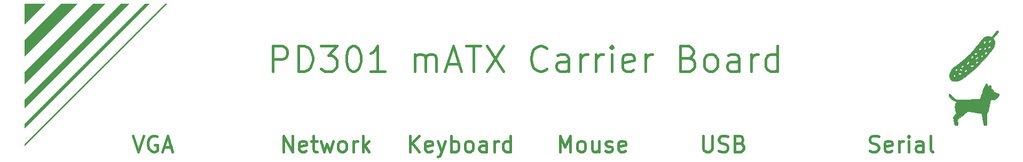
<source format=gbr>
%TF.GenerationSoftware,KiCad,Pcbnew,(5.1.10)-1*%
%TF.CreationDate,2021-10-12T00:16:37-07:00*%
%TF.ProjectId,backpanel,6261636b-7061-46e6-956c-2e6b69636164,rev?*%
%TF.SameCoordinates,PX18392c0PYda028c0*%
%TF.FileFunction,Legend,Top*%
%TF.FilePolarity,Positive*%
%FSLAX46Y46*%
G04 Gerber Fmt 4.6, Leading zero omitted, Abs format (unit mm)*
G04 Created by KiCad (PCBNEW (5.1.10)-1) date 2021-10-12 00:16:37*
%MOMM*%
%LPD*%
G01*
G04 APERTURE LIST*
%ADD10C,0.450000*%
%ADD11C,0.100000*%
%ADD12C,0.400000*%
%ADD13C,0.010000*%
G04 APERTURE END LIST*
D10*
X39375000Y192500477D02*
X39375000Y196500477D01*
X40898809Y196500477D01*
X41279761Y196310000D01*
X41470238Y196119524D01*
X41660714Y195738572D01*
X41660714Y195167143D01*
X41470238Y194786191D01*
X41279761Y194595715D01*
X40898809Y194405239D01*
X39375000Y194405239D01*
X43375000Y192500477D02*
X43375000Y196500477D01*
X44327380Y196500477D01*
X44898809Y196310000D01*
X45279761Y195929048D01*
X45470238Y195548096D01*
X45660714Y194786191D01*
X45660714Y194214762D01*
X45470238Y193452858D01*
X45279761Y193071905D01*
X44898809Y192690953D01*
X44327380Y192500477D01*
X43375000Y192500477D01*
X46994047Y196500477D02*
X49470238Y196500477D01*
X48136904Y194976667D01*
X48708333Y194976667D01*
X49089285Y194786191D01*
X49279761Y194595715D01*
X49470238Y194214762D01*
X49470238Y193262381D01*
X49279761Y192881429D01*
X49089285Y192690953D01*
X48708333Y192500477D01*
X47565476Y192500477D01*
X47184523Y192690953D01*
X46994047Y192881429D01*
X51946428Y196500477D02*
X52327380Y196500477D01*
X52708333Y196310000D01*
X52898809Y196119524D01*
X53089285Y195738572D01*
X53279761Y194976667D01*
X53279761Y194024286D01*
X53089285Y193262381D01*
X52898809Y192881429D01*
X52708333Y192690953D01*
X52327380Y192500477D01*
X51946428Y192500477D01*
X51565476Y192690953D01*
X51375000Y192881429D01*
X51184523Y193262381D01*
X50994047Y194024286D01*
X50994047Y194976667D01*
X51184523Y195738572D01*
X51375000Y196119524D01*
X51565476Y196310000D01*
X51946428Y196500477D01*
X57089285Y192500477D02*
X54803571Y192500477D01*
X55946428Y192500477D02*
X55946428Y196500477D01*
X55565476Y195929048D01*
X55184523Y195548096D01*
X54803571Y195357620D01*
X61851190Y192500477D02*
X61851190Y195167143D01*
X61851190Y194786191D02*
X62041666Y194976667D01*
X62422619Y195167143D01*
X62994047Y195167143D01*
X63375000Y194976667D01*
X63565476Y194595715D01*
X63565476Y192500477D01*
X63565476Y194595715D02*
X63755952Y194976667D01*
X64136904Y195167143D01*
X64708333Y195167143D01*
X65089285Y194976667D01*
X65279761Y194595715D01*
X65279761Y192500477D01*
X66994047Y193643334D02*
X68898809Y193643334D01*
X66613095Y192500477D02*
X67946428Y196500477D01*
X69279761Y192500477D01*
X70041666Y196500477D02*
X72327380Y196500477D01*
X71184523Y192500477D02*
X71184523Y196500477D01*
X73279761Y196500477D02*
X75946428Y192500477D01*
X75946428Y196500477D02*
X73279761Y192500477D01*
X82803571Y192881429D02*
X82613095Y192690953D01*
X82041666Y192500477D01*
X81660714Y192500477D01*
X81089285Y192690953D01*
X80708333Y193071905D01*
X80517857Y193452858D01*
X80327380Y194214762D01*
X80327380Y194786191D01*
X80517857Y195548096D01*
X80708333Y195929048D01*
X81089285Y196310000D01*
X81660714Y196500477D01*
X82041666Y196500477D01*
X82613095Y196310000D01*
X82803571Y196119524D01*
X86232142Y192500477D02*
X86232142Y194595715D01*
X86041666Y194976667D01*
X85660714Y195167143D01*
X84898809Y195167143D01*
X84517857Y194976667D01*
X86232142Y192690953D02*
X85851190Y192500477D01*
X84898809Y192500477D01*
X84517857Y192690953D01*
X84327380Y193071905D01*
X84327380Y193452858D01*
X84517857Y193833810D01*
X84898809Y194024286D01*
X85851190Y194024286D01*
X86232142Y194214762D01*
X88136904Y192500477D02*
X88136904Y195167143D01*
X88136904Y194405239D02*
X88327380Y194786191D01*
X88517857Y194976667D01*
X88898809Y195167143D01*
X89279761Y195167143D01*
X90613095Y192500477D02*
X90613095Y195167143D01*
X90613095Y194405239D02*
X90803571Y194786191D01*
X90994047Y194976667D01*
X91375000Y195167143D01*
X91755952Y195167143D01*
X93089285Y192500477D02*
X93089285Y195167143D01*
X93089285Y196500477D02*
X92898809Y196310000D01*
X93089285Y196119524D01*
X93279761Y196310000D01*
X93089285Y196500477D01*
X93089285Y196119524D01*
X96517857Y192690953D02*
X96136904Y192500477D01*
X95375000Y192500477D01*
X94994047Y192690953D01*
X94803571Y193071905D01*
X94803571Y194595715D01*
X94994047Y194976667D01*
X95375000Y195167143D01*
X96136904Y195167143D01*
X96517857Y194976667D01*
X96708333Y194595715D01*
X96708333Y194214762D01*
X94803571Y193833810D01*
X98422619Y192500477D02*
X98422619Y195167143D01*
X98422619Y194405239D02*
X98613095Y194786191D01*
X98803571Y194976667D01*
X99184523Y195167143D01*
X99565476Y195167143D01*
X105279761Y194595715D02*
X105851190Y194405239D01*
X106041666Y194214762D01*
X106232142Y193833810D01*
X106232142Y193262381D01*
X106041666Y192881429D01*
X105851190Y192690953D01*
X105470238Y192500477D01*
X103946428Y192500477D01*
X103946428Y196500477D01*
X105279761Y196500477D01*
X105660714Y196310000D01*
X105851190Y196119524D01*
X106041666Y195738572D01*
X106041666Y195357620D01*
X105851190Y194976667D01*
X105660714Y194786191D01*
X105279761Y194595715D01*
X103946428Y194595715D01*
X108517857Y192500477D02*
X108136904Y192690953D01*
X107946428Y192881429D01*
X107755952Y193262381D01*
X107755952Y194405239D01*
X107946428Y194786191D01*
X108136904Y194976667D01*
X108517857Y195167143D01*
X109089285Y195167143D01*
X109470238Y194976667D01*
X109660714Y194786191D01*
X109851190Y194405239D01*
X109851190Y193262381D01*
X109660714Y192881429D01*
X109470238Y192690953D01*
X109089285Y192500477D01*
X108517857Y192500477D01*
X113279761Y192500477D02*
X113279761Y194595715D01*
X113089285Y194976667D01*
X112708333Y195167143D01*
X111946428Y195167143D01*
X111565476Y194976667D01*
X113279761Y192690953D02*
X112898809Y192500477D01*
X111946428Y192500477D01*
X111565476Y192690953D01*
X111374999Y193071905D01*
X111374999Y193452858D01*
X111565476Y193833810D01*
X111946428Y194024286D01*
X112898809Y194024286D01*
X113279761Y194214762D01*
X115184523Y192500477D02*
X115184523Y195167143D01*
X115184523Y194405239D02*
X115374999Y194786191D01*
X115565476Y194976667D01*
X115946428Y195167143D01*
X116327380Y195167143D01*
X119374999Y192500477D02*
X119374999Y196500477D01*
X119374999Y192690953D02*
X118994047Y192500477D01*
X118232142Y192500477D01*
X117851190Y192690953D01*
X117660714Y192881429D01*
X117470238Y193262381D01*
X117470238Y194405239D01*
X117660714Y194786191D01*
X117851190Y194976667D01*
X118232142Y195167143D01*
X118994047Y195167143D01*
X119374999Y194976667D01*
D11*
G36*
X0Y200025000D02*
G01*
X0Y203200000D01*
X3175000Y203200000D01*
X0Y200025000D01*
G37*
X0Y200025000D02*
X0Y203200000D01*
X3175000Y203200000D01*
X0Y200025000D01*
G36*
X0Y194945000D02*
G01*
X0Y197485000D01*
X5715000Y203200000D01*
X8255000Y203200000D01*
X0Y194945000D01*
G37*
X0Y194945000D02*
X0Y197485000D01*
X5715000Y203200000D01*
X8255000Y203200000D01*
X0Y194945000D01*
G36*
X0Y180721000D02*
G01*
X0Y180975000D01*
X22225000Y203200000D01*
X22479000Y203200000D01*
X0Y180721000D01*
G37*
X0Y180721000D02*
X0Y180975000D01*
X22225000Y203200000D01*
X22479000Y203200000D01*
X0Y180721000D01*
G36*
X0Y183515000D02*
G01*
X0Y184150000D01*
X19050000Y203200000D01*
X19685000Y203200000D01*
X0Y183515000D01*
G37*
X0Y183515000D02*
X0Y184150000D01*
X19050000Y203200000D01*
X19685000Y203200000D01*
X0Y183515000D01*
G36*
X0Y186690000D02*
G01*
X0Y187960000D01*
X15240000Y203200000D01*
X16510000Y203200000D01*
X0Y186690000D01*
G37*
X0Y186690000D02*
X0Y187960000D01*
X15240000Y203200000D01*
X16510000Y203200000D01*
X0Y186690000D01*
G36*
X0Y190500000D02*
G01*
X0Y192405000D01*
X10795000Y203200000D01*
X12700000Y203200000D01*
X0Y190500000D01*
G37*
X0Y190500000D02*
X0Y192405000D01*
X10795000Y203200000D01*
X12700000Y203200000D01*
X0Y190500000D01*
D12*
X133997523Y179836096D02*
X134354666Y179717048D01*
X134949904Y179717048D01*
X135188000Y179836096D01*
X135307047Y179955143D01*
X135426095Y180193239D01*
X135426095Y180431334D01*
X135307047Y180669429D01*
X135188000Y180788477D01*
X134949904Y180907524D01*
X134473714Y181026572D01*
X134235619Y181145620D01*
X134116571Y181264667D01*
X133997523Y181502762D01*
X133997523Y181740858D01*
X134116571Y181978953D01*
X134235619Y182098000D01*
X134473714Y182217048D01*
X135068952Y182217048D01*
X135426095Y182098000D01*
X137449904Y179836096D02*
X137211809Y179717048D01*
X136735619Y179717048D01*
X136497523Y179836096D01*
X136378476Y180074191D01*
X136378476Y181026572D01*
X136497523Y181264667D01*
X136735619Y181383715D01*
X137211809Y181383715D01*
X137449904Y181264667D01*
X137568952Y181026572D01*
X137568952Y180788477D01*
X136378476Y180550381D01*
X138640380Y179717048D02*
X138640380Y181383715D01*
X138640380Y180907524D02*
X138759428Y181145620D01*
X138878476Y181264667D01*
X139116571Y181383715D01*
X139354666Y181383715D01*
X140188000Y179717048D02*
X140188000Y181383715D01*
X140188000Y182217048D02*
X140068952Y182098000D01*
X140188000Y181978953D01*
X140307047Y182098000D01*
X140188000Y182217048D01*
X140188000Y181978953D01*
X142449904Y179717048D02*
X142449904Y181026572D01*
X142330857Y181264667D01*
X142092761Y181383715D01*
X141616571Y181383715D01*
X141378476Y181264667D01*
X142449904Y179836096D02*
X142211809Y179717048D01*
X141616571Y179717048D01*
X141378476Y179836096D01*
X141259428Y180074191D01*
X141259428Y180312286D01*
X141378476Y180550381D01*
X141616571Y180669429D01*
X142211809Y180669429D01*
X142449904Y180788477D01*
X143997523Y179717048D02*
X143759428Y179836096D01*
X143640380Y180074191D01*
X143640380Y182217048D01*
X107589238Y182217048D02*
X107589238Y180193239D01*
X107708285Y179955143D01*
X107827333Y179836096D01*
X108065428Y179717048D01*
X108541619Y179717048D01*
X108779714Y179836096D01*
X108898761Y179955143D01*
X109017809Y180193239D01*
X109017809Y182217048D01*
X110089238Y179836096D02*
X110446380Y179717048D01*
X111041619Y179717048D01*
X111279714Y179836096D01*
X111398761Y179955143D01*
X111517809Y180193239D01*
X111517809Y180431334D01*
X111398761Y180669429D01*
X111279714Y180788477D01*
X111041619Y180907524D01*
X110565428Y181026572D01*
X110327333Y181145620D01*
X110208285Y181264667D01*
X110089238Y181502762D01*
X110089238Y181740858D01*
X110208285Y181978953D01*
X110327333Y182098000D01*
X110565428Y182217048D01*
X111160666Y182217048D01*
X111517809Y182098000D01*
X113422571Y181026572D02*
X113779714Y180907524D01*
X113898761Y180788477D01*
X114017809Y180550381D01*
X114017809Y180193239D01*
X113898761Y179955143D01*
X113779714Y179836096D01*
X113541619Y179717048D01*
X112589238Y179717048D01*
X112589238Y182217048D01*
X113422571Y182217048D01*
X113660666Y182098000D01*
X113779714Y181978953D01*
X113898761Y181740858D01*
X113898761Y181502762D01*
X113779714Y181264667D01*
X113660666Y181145620D01*
X113422571Y181026572D01*
X112589238Y181026572D01*
X84864428Y179717048D02*
X84864428Y182217048D01*
X85697761Y180431334D01*
X86531095Y182217048D01*
X86531095Y179717048D01*
X88078714Y179717048D02*
X87840619Y179836096D01*
X87721571Y179955143D01*
X87602523Y180193239D01*
X87602523Y180907524D01*
X87721571Y181145620D01*
X87840619Y181264667D01*
X88078714Y181383715D01*
X88435857Y181383715D01*
X88673952Y181264667D01*
X88793000Y181145620D01*
X88912047Y180907524D01*
X88912047Y180193239D01*
X88793000Y179955143D01*
X88673952Y179836096D01*
X88435857Y179717048D01*
X88078714Y179717048D01*
X91054904Y181383715D02*
X91054904Y179717048D01*
X89983476Y181383715D02*
X89983476Y180074191D01*
X90102523Y179836096D01*
X90340619Y179717048D01*
X90697761Y179717048D01*
X90935857Y179836096D01*
X91054904Y179955143D01*
X92126333Y179836096D02*
X92364428Y179717048D01*
X92840619Y179717048D01*
X93078714Y179836096D01*
X93197761Y180074191D01*
X93197761Y180193239D01*
X93078714Y180431334D01*
X92840619Y180550381D01*
X92483476Y180550381D01*
X92245380Y180669429D01*
X92126333Y180907524D01*
X92126333Y181026572D01*
X92245380Y181264667D01*
X92483476Y181383715D01*
X92840619Y181383715D01*
X93078714Y181264667D01*
X95221571Y179836096D02*
X94983476Y179717048D01*
X94507285Y179717048D01*
X94269190Y179836096D01*
X94150142Y180074191D01*
X94150142Y181026572D01*
X94269190Y181264667D01*
X94507285Y181383715D01*
X94983476Y181383715D01*
X95221571Y181264667D01*
X95340619Y181026572D01*
X95340619Y180788477D01*
X94150142Y180550381D01*
X61111809Y179717048D02*
X61111809Y182217048D01*
X62540380Y179717048D02*
X61468952Y181145620D01*
X62540380Y182217048D02*
X61111809Y180788477D01*
X64564190Y179836096D02*
X64326095Y179717048D01*
X63849904Y179717048D01*
X63611809Y179836096D01*
X63492761Y180074191D01*
X63492761Y181026572D01*
X63611809Y181264667D01*
X63849904Y181383715D01*
X64326095Y181383715D01*
X64564190Y181264667D01*
X64683238Y181026572D01*
X64683238Y180788477D01*
X63492761Y180550381D01*
X65516571Y181383715D02*
X66111809Y179717048D01*
X66707047Y181383715D02*
X66111809Y179717048D01*
X65873714Y179121810D01*
X65754666Y179002762D01*
X65516571Y178883715D01*
X67659428Y179717048D02*
X67659428Y182217048D01*
X67659428Y181264667D02*
X67897523Y181383715D01*
X68373714Y181383715D01*
X68611809Y181264667D01*
X68730857Y181145620D01*
X68849904Y180907524D01*
X68849904Y180193239D01*
X68730857Y179955143D01*
X68611809Y179836096D01*
X68373714Y179717048D01*
X67897523Y179717048D01*
X67659428Y179836096D01*
X70278476Y179717048D02*
X70040380Y179836096D01*
X69921333Y179955143D01*
X69802285Y180193239D01*
X69802285Y180907524D01*
X69921333Y181145620D01*
X70040380Y181264667D01*
X70278476Y181383715D01*
X70635619Y181383715D01*
X70873714Y181264667D01*
X70992761Y181145620D01*
X71111809Y180907524D01*
X71111809Y180193239D01*
X70992761Y179955143D01*
X70873714Y179836096D01*
X70635619Y179717048D01*
X70278476Y179717048D01*
X73254666Y179717048D02*
X73254666Y181026572D01*
X73135619Y181264667D01*
X72897523Y181383715D01*
X72421333Y181383715D01*
X72183238Y181264667D01*
X73254666Y179836096D02*
X73016571Y179717048D01*
X72421333Y179717048D01*
X72183238Y179836096D01*
X72064190Y180074191D01*
X72064190Y180312286D01*
X72183238Y180550381D01*
X72421333Y180669429D01*
X73016571Y180669429D01*
X73254666Y180788477D01*
X74445142Y179717048D02*
X74445142Y181383715D01*
X74445142Y180907524D02*
X74564190Y181145620D01*
X74683238Y181264667D01*
X74921333Y181383715D01*
X75159428Y181383715D01*
X77064190Y179717048D02*
X77064190Y182217048D01*
X77064190Y179836096D02*
X76826095Y179717048D01*
X76349904Y179717048D01*
X76111809Y179836096D01*
X75992761Y179955143D01*
X75873714Y180193239D01*
X75873714Y180907524D01*
X75992761Y181145620D01*
X76111809Y181264667D01*
X76349904Y181383715D01*
X76826095Y181383715D01*
X77064190Y181264667D01*
X41025809Y179717048D02*
X41025809Y182217048D01*
X42454380Y179717048D01*
X42454380Y182217048D01*
X44597238Y179836096D02*
X44359142Y179717048D01*
X43882952Y179717048D01*
X43644857Y179836096D01*
X43525809Y180074191D01*
X43525809Y181026572D01*
X43644857Y181264667D01*
X43882952Y181383715D01*
X44359142Y181383715D01*
X44597238Y181264667D01*
X44716285Y181026572D01*
X44716285Y180788477D01*
X43525809Y180550381D01*
X45430571Y181383715D02*
X46382952Y181383715D01*
X45787714Y182217048D02*
X45787714Y180074191D01*
X45906761Y179836096D01*
X46144857Y179717048D01*
X46382952Y179717048D01*
X46978190Y181383715D02*
X47454380Y179717048D01*
X47930571Y180907524D01*
X48406761Y179717048D01*
X48882952Y181383715D01*
X50192476Y179717048D02*
X49954380Y179836096D01*
X49835333Y179955143D01*
X49716285Y180193239D01*
X49716285Y180907524D01*
X49835333Y181145620D01*
X49954380Y181264667D01*
X50192476Y181383715D01*
X50549619Y181383715D01*
X50787714Y181264667D01*
X50906761Y181145620D01*
X51025809Y180907524D01*
X51025809Y180193239D01*
X50906761Y179955143D01*
X50787714Y179836096D01*
X50549619Y179717048D01*
X50192476Y179717048D01*
X52097238Y179717048D02*
X52097238Y181383715D01*
X52097238Y180907524D02*
X52216285Y181145620D01*
X52335333Y181264667D01*
X52573428Y181383715D01*
X52811523Y181383715D01*
X53644857Y179717048D02*
X53644857Y182217048D01*
X53882952Y180669429D02*
X54597238Y179717048D01*
X54597238Y181383715D02*
X53644857Y180431334D01*
X17165238Y182217048D02*
X17998571Y179717048D01*
X18831904Y182217048D01*
X20974761Y182098000D02*
X20736666Y182217048D01*
X20379523Y182217048D01*
X20022380Y182098000D01*
X19784285Y181859905D01*
X19665238Y181621810D01*
X19546190Y181145620D01*
X19546190Y180788477D01*
X19665238Y180312286D01*
X19784285Y180074191D01*
X20022380Y179836096D01*
X20379523Y179717048D01*
X20617619Y179717048D01*
X20974761Y179836096D01*
X21093809Y179955143D01*
X21093809Y180788477D01*
X20617619Y180788477D01*
X22046190Y180431334D02*
X23236666Y180431334D01*
X21808095Y179717048D02*
X22641428Y182217048D01*
X23474761Y179717048D01*
D13*
%TO.C,Ref\u002A\u002A*%
G36*
X152534944Y190506266D02*
G01*
X152596280Y190468691D01*
X152627093Y190428875D01*
X152641721Y190388223D01*
X152663259Y190319204D01*
X152687844Y190234389D01*
X152696563Y190202893D01*
X152745938Y190022202D01*
X152865049Y190144685D01*
X152945793Y190219694D01*
X153011535Y190259663D01*
X153068842Y190265976D01*
X153124277Y190240021D01*
X153161607Y190207316D01*
X153187974Y190178354D01*
X153206029Y190147878D01*
X153218131Y190106572D01*
X153226640Y190045122D01*
X153233916Y189954212D01*
X153236824Y189910383D01*
X153252190Y189673301D01*
X153355884Y189628693D01*
X153447825Y189574196D01*
X153537105Y189495710D01*
X153612799Y189405065D01*
X153663982Y189314094D01*
X153674185Y189283984D01*
X153697564Y189196576D01*
X154064762Y189050934D01*
X154183053Y189002846D01*
X154289004Y188957569D01*
X154375746Y188918216D01*
X154436411Y188887897D01*
X154463730Y188870188D01*
X154495453Y188805534D01*
X154494591Y188723356D01*
X154464583Y188628368D01*
X154408870Y188525283D01*
X154330889Y188418812D01*
X154234079Y188313669D01*
X154121881Y188214567D01*
X153997733Y188126218D01*
X153868981Y188055173D01*
X153704928Y187994520D01*
X153522406Y187955344D01*
X153341479Y187941593D01*
X153296991Y187942678D01*
X153146232Y187949967D01*
X152951198Y187050109D01*
X152908886Y186857072D01*
X152867786Y186673681D01*
X152829046Y186504775D01*
X152793816Y186355194D01*
X152763246Y186229774D01*
X152738485Y186133357D01*
X152720684Y186070780D01*
X152714129Y186052197D01*
X152675309Y185979611D01*
X152627611Y185913503D01*
X152610130Y185894779D01*
X152548166Y185835414D01*
X152548166Y184949323D01*
X152548260Y184713625D01*
X152547937Y184516769D01*
X152546294Y184355265D01*
X152542425Y184225625D01*
X152535425Y184124360D01*
X152524389Y184047980D01*
X152508412Y183992997D01*
X152486590Y183955922D01*
X152458017Y183933265D01*
X152421789Y183921538D01*
X152377001Y183917252D01*
X152322747Y183916918D01*
X152280460Y183917167D01*
X152181808Y183921234D01*
X152115874Y183935985D01*
X152073601Y183965246D01*
X152045932Y184012841D01*
X152044331Y184016900D01*
X152036173Y184050305D01*
X152022511Y184120745D01*
X152004164Y184223394D01*
X151981951Y184353430D01*
X151956692Y184506027D01*
X151929206Y184676361D01*
X151900311Y184859609D01*
X151890530Y184922584D01*
X151862034Y185106390D01*
X151835521Y185276659D01*
X151811692Y185428961D01*
X151791243Y185558865D01*
X151774875Y185661939D01*
X151763285Y185733753D01*
X151757171Y185769877D01*
X151756424Y185773332D01*
X151735612Y185778029D01*
X151680182Y185788340D01*
X151597284Y185802993D01*
X151494066Y185820713D01*
X151425779Y185832217D01*
X151327506Y185848789D01*
X151194834Y185871352D01*
X151035075Y185898653D01*
X150855538Y185929439D01*
X150663533Y185962457D01*
X150466372Y185996454D01*
X150295878Y186025930D01*
X150090791Y186061299D01*
X149923453Y186089736D01*
X149789938Y186111735D01*
X149686318Y186127791D01*
X149608666Y186138400D01*
X149553055Y186144055D01*
X149515559Y186145252D01*
X149492249Y186142485D01*
X149479199Y186136249D01*
X149473731Y186129500D01*
X149443226Y186080662D01*
X149404140Y186029734D01*
X149353353Y185974005D01*
X149287748Y185910761D01*
X149204205Y185837290D01*
X149099606Y185750880D01*
X148970834Y185648816D01*
X148814768Y185528387D01*
X148628292Y185386881D01*
X148566635Y185340426D01*
X147856086Y184805769D01*
X147915924Y184483176D01*
X147945939Y184315416D01*
X147965245Y184184472D01*
X147972170Y184085804D01*
X147965042Y184014873D01*
X147942191Y183967137D01*
X147901945Y183938056D01*
X147842633Y183923089D01*
X147762584Y183917697D01*
X147707592Y183917167D01*
X147615965Y183918814D01*
X147556043Y183925104D01*
X147517279Y183938061D01*
X147489871Y183958962D01*
X147453879Y184008411D01*
X147437220Y184048920D01*
X147425000Y184107563D01*
X147407923Y184195650D01*
X147387201Y184306326D01*
X147364048Y184432736D01*
X147339677Y184568026D01*
X147315302Y184705340D01*
X147292137Y184837823D01*
X147271395Y184958621D01*
X147254289Y185060878D01*
X147242035Y185137739D01*
X147235844Y185182350D01*
X147235333Y185189278D01*
X147248636Y185227501D01*
X147287452Y185295625D01*
X147350141Y185391076D01*
X147435064Y185511275D01*
X147475427Y185566435D01*
X147715521Y185891700D01*
X147654388Y186037203D01*
X147566445Y186289550D01*
X147513704Y186541066D01*
X147496031Y186787380D01*
X147513293Y187024118D01*
X147565360Y187246910D01*
X147652097Y187451383D01*
X147699691Y187532075D01*
X147780437Y187657004D01*
X147676661Y187683601D01*
X147576222Y187717105D01*
X147454894Y187769324D01*
X147325725Y187833666D01*
X147201765Y187903542D01*
X147096060Y187972361D01*
X147076583Y187986681D01*
X146882717Y188155748D01*
X146707149Y188353466D01*
X146601191Y188502574D01*
X146540593Y188604401D01*
X146506826Y188682490D01*
X146498431Y188744591D01*
X146513944Y188798454D01*
X146538369Y188835563D01*
X146585054Y188877082D01*
X146646759Y188891042D01*
X146661324Y188891334D01*
X146726411Y188884631D01*
X146776029Y188859235D01*
X146821327Y188807210D01*
X146854669Y188753750D01*
X146998625Y188547001D01*
X147173782Y188365014D01*
X147374847Y188211153D01*
X147596524Y188088780D01*
X147833517Y188001257D01*
X148080533Y187951946D01*
X148124333Y187947502D01*
X148166760Y187946573D01*
X148245664Y187947635D01*
X148357131Y187950505D01*
X148497248Y187955000D01*
X148662099Y187960938D01*
X148847770Y187968136D01*
X149050348Y187976412D01*
X149265919Y187985582D01*
X149490567Y187995465D01*
X149720380Y188005877D01*
X149951442Y188016637D01*
X150179840Y188027562D01*
X150401660Y188038468D01*
X150612987Y188049174D01*
X150809907Y188059497D01*
X150988507Y188069255D01*
X151144871Y188078264D01*
X151275087Y188086342D01*
X151375239Y188093307D01*
X151441413Y188098975D01*
X151469696Y188103166D01*
X151470376Y188103580D01*
X151479749Y188125731D01*
X151502153Y188184157D01*
X151536278Y188275306D01*
X151580818Y188395620D01*
X151634465Y188541545D01*
X151695911Y188709526D01*
X151763850Y188896008D01*
X151836973Y189097436D01*
X151902532Y189278588D01*
X151994193Y189531902D01*
X152072910Y189748266D01*
X152140000Y189930586D01*
X152196779Y190081771D01*
X152244566Y190204728D01*
X152284676Y190302366D01*
X152318428Y190377592D01*
X152347138Y190433314D01*
X152372123Y190472441D01*
X152394700Y190497879D01*
X152416187Y190512537D01*
X152437901Y190519322D01*
X152461159Y190521142D01*
X152465358Y190521167D01*
X152534944Y190506266D01*
G37*
X152534944Y190506266D02*
X152596280Y190468691D01*
X152627093Y190428875D01*
X152641721Y190388223D01*
X152663259Y190319204D01*
X152687844Y190234389D01*
X152696563Y190202893D01*
X152745938Y190022202D01*
X152865049Y190144685D01*
X152945793Y190219694D01*
X153011535Y190259663D01*
X153068842Y190265976D01*
X153124277Y190240021D01*
X153161607Y190207316D01*
X153187974Y190178354D01*
X153206029Y190147878D01*
X153218131Y190106572D01*
X153226640Y190045122D01*
X153233916Y189954212D01*
X153236824Y189910383D01*
X153252190Y189673301D01*
X153355884Y189628693D01*
X153447825Y189574196D01*
X153537105Y189495710D01*
X153612799Y189405065D01*
X153663982Y189314094D01*
X153674185Y189283984D01*
X153697564Y189196576D01*
X154064762Y189050934D01*
X154183053Y189002846D01*
X154289004Y188957569D01*
X154375746Y188918216D01*
X154436411Y188887897D01*
X154463730Y188870188D01*
X154495453Y188805534D01*
X154494591Y188723356D01*
X154464583Y188628368D01*
X154408870Y188525283D01*
X154330889Y188418812D01*
X154234079Y188313669D01*
X154121881Y188214567D01*
X153997733Y188126218D01*
X153868981Y188055173D01*
X153704928Y187994520D01*
X153522406Y187955344D01*
X153341479Y187941593D01*
X153296991Y187942678D01*
X153146232Y187949967D01*
X152951198Y187050109D01*
X152908886Y186857072D01*
X152867786Y186673681D01*
X152829046Y186504775D01*
X152793816Y186355194D01*
X152763246Y186229774D01*
X152738485Y186133357D01*
X152720684Y186070780D01*
X152714129Y186052197D01*
X152675309Y185979611D01*
X152627611Y185913503D01*
X152610130Y185894779D01*
X152548166Y185835414D01*
X152548166Y184949323D01*
X152548260Y184713625D01*
X152547937Y184516769D01*
X152546294Y184355265D01*
X152542425Y184225625D01*
X152535425Y184124360D01*
X152524389Y184047980D01*
X152508412Y183992997D01*
X152486590Y183955922D01*
X152458017Y183933265D01*
X152421789Y183921538D01*
X152377001Y183917252D01*
X152322747Y183916918D01*
X152280460Y183917167D01*
X152181808Y183921234D01*
X152115874Y183935985D01*
X152073601Y183965246D01*
X152045932Y184012841D01*
X152044331Y184016900D01*
X152036173Y184050305D01*
X152022511Y184120745D01*
X152004164Y184223394D01*
X151981951Y184353430D01*
X151956692Y184506027D01*
X151929206Y184676361D01*
X151900311Y184859609D01*
X151890530Y184922584D01*
X151862034Y185106390D01*
X151835521Y185276659D01*
X151811692Y185428961D01*
X151791243Y185558865D01*
X151774875Y185661939D01*
X151763285Y185733753D01*
X151757171Y185769877D01*
X151756424Y185773332D01*
X151735612Y185778029D01*
X151680182Y185788340D01*
X151597284Y185802993D01*
X151494066Y185820713D01*
X151425779Y185832217D01*
X151327506Y185848789D01*
X151194834Y185871352D01*
X151035075Y185898653D01*
X150855538Y185929439D01*
X150663533Y185962457D01*
X150466372Y185996454D01*
X150295878Y186025930D01*
X150090791Y186061299D01*
X149923453Y186089736D01*
X149789938Y186111735D01*
X149686318Y186127791D01*
X149608666Y186138400D01*
X149553055Y186144055D01*
X149515559Y186145252D01*
X149492249Y186142485D01*
X149479199Y186136249D01*
X149473731Y186129500D01*
X149443226Y186080662D01*
X149404140Y186029734D01*
X149353353Y185974005D01*
X149287748Y185910761D01*
X149204205Y185837290D01*
X149099606Y185750880D01*
X148970834Y185648816D01*
X148814768Y185528387D01*
X148628292Y185386881D01*
X148566635Y185340426D01*
X147856086Y184805769D01*
X147915924Y184483176D01*
X147945939Y184315416D01*
X147965245Y184184472D01*
X147972170Y184085804D01*
X147965042Y184014873D01*
X147942191Y183967137D01*
X147901945Y183938056D01*
X147842633Y183923089D01*
X147762584Y183917697D01*
X147707592Y183917167D01*
X147615965Y183918814D01*
X147556043Y183925104D01*
X147517279Y183938061D01*
X147489871Y183958962D01*
X147453879Y184008411D01*
X147437220Y184048920D01*
X147425000Y184107563D01*
X147407923Y184195650D01*
X147387201Y184306326D01*
X147364048Y184432736D01*
X147339677Y184568026D01*
X147315302Y184705340D01*
X147292137Y184837823D01*
X147271395Y184958621D01*
X147254289Y185060878D01*
X147242035Y185137739D01*
X147235844Y185182350D01*
X147235333Y185189278D01*
X147248636Y185227501D01*
X147287452Y185295625D01*
X147350141Y185391076D01*
X147435064Y185511275D01*
X147475427Y185566435D01*
X147715521Y185891700D01*
X147654388Y186037203D01*
X147566445Y186289550D01*
X147513704Y186541066D01*
X147496031Y186787380D01*
X147513293Y187024118D01*
X147565360Y187246910D01*
X147652097Y187451383D01*
X147699691Y187532075D01*
X147780437Y187657004D01*
X147676661Y187683601D01*
X147576222Y187717105D01*
X147454894Y187769324D01*
X147325725Y187833666D01*
X147201765Y187903542D01*
X147096060Y187972361D01*
X147076583Y187986681D01*
X146882717Y188155748D01*
X146707149Y188353466D01*
X146601191Y188502574D01*
X146540593Y188604401D01*
X146506826Y188682490D01*
X146498431Y188744591D01*
X146513944Y188798454D01*
X146538369Y188835563D01*
X146585054Y188877082D01*
X146646759Y188891042D01*
X146661324Y188891334D01*
X146726411Y188884631D01*
X146776029Y188859235D01*
X146821327Y188807210D01*
X146854669Y188753750D01*
X146998625Y188547001D01*
X147173782Y188365014D01*
X147374847Y188211153D01*
X147596524Y188088780D01*
X147833517Y188001257D01*
X148080533Y187951946D01*
X148124333Y187947502D01*
X148166760Y187946573D01*
X148245664Y187947635D01*
X148357131Y187950505D01*
X148497248Y187955000D01*
X148662099Y187960938D01*
X148847770Y187968136D01*
X149050348Y187976412D01*
X149265919Y187985582D01*
X149490567Y187995465D01*
X149720380Y188005877D01*
X149951442Y188016637D01*
X150179840Y188027562D01*
X150401660Y188038468D01*
X150612987Y188049174D01*
X150809907Y188059497D01*
X150988507Y188069255D01*
X151144871Y188078264D01*
X151275087Y188086342D01*
X151375239Y188093307D01*
X151441413Y188098975D01*
X151469696Y188103166D01*
X151470376Y188103580D01*
X151479749Y188125731D01*
X151502153Y188184157D01*
X151536278Y188275306D01*
X151580818Y188395620D01*
X151634465Y188541545D01*
X151695911Y188709526D01*
X151763850Y188896008D01*
X151836973Y189097436D01*
X151902532Y189278588D01*
X151994193Y189531902D01*
X152072910Y189748266D01*
X152140000Y189930586D01*
X152196779Y190081771D01*
X152244566Y190204728D01*
X152284676Y190302366D01*
X152318428Y190377592D01*
X152347138Y190433314D01*
X152372123Y190472441D01*
X152394700Y190497879D01*
X152416187Y190512537D01*
X152437901Y190519322D01*
X152461159Y190521142D01*
X152465358Y190521167D01*
X152534944Y190506266D01*
G36*
X154296493Y198927047D02*
G01*
X154347678Y198880921D01*
X154382143Y198820971D01*
X154389666Y198780638D01*
X154373749Y198720922D01*
X154326102Y198633563D01*
X154246878Y198518766D01*
X154136233Y198376737D01*
X153994321Y198207680D01*
X153821297Y198011799D01*
X153747770Y197930754D01*
X153565301Y197730925D01*
X153618258Y197661495D01*
X153691331Y197545007D01*
X153755476Y197404285D01*
X153803115Y197257408D01*
X153819309Y197181892D01*
X153834402Y196970334D01*
X153811426Y196753995D01*
X153752305Y196541972D01*
X153658964Y196343360D01*
X153632784Y196300416D01*
X153556110Y196185279D01*
X153456639Y196043461D01*
X153338760Y195880728D01*
X153206863Y195702850D01*
X153065337Y195515594D01*
X152918572Y195324727D01*
X152770958Y195136019D01*
X152626883Y194955236D01*
X152490739Y194788147D01*
X152391857Y194669834D01*
X152197145Y194445570D01*
X151979147Y194204137D01*
X151745029Y193952924D01*
X151501959Y193699323D01*
X151257102Y193450723D01*
X151017626Y193214515D01*
X150790697Y192998089D01*
X150611416Y192833760D01*
X150416067Y192661730D01*
X150209662Y192485435D01*
X149996002Y192307769D01*
X149778890Y192131625D01*
X149562125Y191959899D01*
X149349509Y191795484D01*
X149144843Y191641275D01*
X148951928Y191500165D01*
X148774565Y191375050D01*
X148616556Y191268823D01*
X148481700Y191184378D01*
X148373800Y191124610D01*
X148354412Y191115226D01*
X148192461Y191045633D01*
X148043276Y190996755D01*
X147893226Y190965748D01*
X147728680Y190949764D01*
X147543555Y190945916D01*
X147410606Y190948629D01*
X147295887Y190955022D01*
X147207899Y190964468D01*
X147161250Y190974179D01*
X147007571Y191040368D01*
X146872763Y191132805D01*
X146763910Y191245217D01*
X146688094Y191371329D01*
X146674874Y191404998D01*
X146635880Y191572625D01*
X146627934Y191732876D01*
X147258743Y191732876D01*
X147274595Y191665140D01*
X147321109Y191615208D01*
X147347052Y191602632D01*
X147407058Y191592936D01*
X147462131Y191614799D01*
X147520933Y191672111D01*
X147531889Y191685615D01*
X147578813Y191766100D01*
X147592652Y191840921D01*
X147575350Y191902989D01*
X147528852Y191945211D01*
X147456495Y191960500D01*
X147400090Y191950083D01*
X147348191Y191913235D01*
X147322192Y191885681D01*
X147274344Y191809396D01*
X147258743Y191732876D01*
X146627934Y191732876D01*
X146626519Y191761408D01*
X146646052Y191963016D01*
X146680268Y192110906D01*
X148031790Y192110906D01*
X148059958Y192045254D01*
X148122247Y191989385D01*
X148145524Y191976408D01*
X148250230Y191943035D01*
X148352720Y191950901D01*
X148410223Y191972569D01*
X148473178Y192018762D01*
X148510404Y192079394D01*
X148516181Y192142762D01*
X148506620Y192169762D01*
X148453932Y192227115D01*
X148380694Y192251741D01*
X148333405Y192248907D01*
X148268680Y192246715D01*
X148219490Y192256869D01*
X148148675Y192263421D01*
X148084368Y192233921D01*
X148041670Y192178696D01*
X148031790Y192110906D01*
X146680268Y192110906D01*
X146693737Y192169120D01*
X146758681Y192348243D01*
X146828231Y192498673D01*
X146843581Y192526367D01*
X148969332Y192526367D01*
X148984830Y192462597D01*
X149003950Y192430877D01*
X149053764Y192391847D01*
X149124027Y192388729D01*
X149215729Y192421498D01*
X149223016Y192425155D01*
X149310405Y192477094D01*
X149380134Y192532684D01*
X149424535Y192584933D01*
X149436666Y192619940D01*
X149417646Y192695433D01*
X149366305Y192751641D01*
X149337632Y192766272D01*
X149302157Y192773840D01*
X149261373Y192766625D01*
X149204186Y192741410D01*
X149148691Y192711459D01*
X149049498Y192647377D01*
X148990300Y192586820D01*
X148969332Y192526367D01*
X146843581Y192526367D01*
X146901902Y192631587D01*
X146920494Y192658758D01*
X147531852Y192658758D01*
X147558085Y192601536D01*
X147568708Y192590960D01*
X147626426Y192553359D01*
X147683616Y192546961D01*
X147747939Y192573166D01*
X147827057Y192633375D01*
X147833970Y192639451D01*
X147890339Y192708867D01*
X147895358Y192726163D01*
X148215853Y192726163D01*
X148240554Y192666865D01*
X148278041Y192634769D01*
X148377727Y192594108D01*
X148470501Y192579965D01*
X148547249Y192592755D01*
X148589175Y192620658D01*
X148625225Y192686303D01*
X148628352Y192760102D01*
X148604666Y192815746D01*
X148562074Y192847680D01*
X148493376Y192874765D01*
X148414792Y192892939D01*
X148342543Y192898138D01*
X148302938Y192891335D01*
X148248330Y192851646D01*
X148218873Y192792173D01*
X148215853Y192726163D01*
X147895358Y192726163D01*
X147910599Y192778680D01*
X147897120Y192841001D01*
X147852270Y192887942D01*
X147778420Y192911614D01*
X147751800Y192913000D01*
X147678254Y192896759D01*
X147614309Y192854107D01*
X147565141Y192794151D01*
X147535930Y192725999D01*
X147531852Y192658758D01*
X146920494Y192658758D01*
X146984801Y192752738D01*
X147082036Y192867881D01*
X147198714Y192982768D01*
X147339943Y193103154D01*
X147447860Y193186284D01*
X148441927Y193186284D01*
X148461280Y193124310D01*
X148488876Y193094117D01*
X148540253Y193068103D01*
X148594271Y193065888D01*
X148661005Y193088976D01*
X148738060Y193131304D01*
X148832211Y193197348D01*
X148886437Y193259355D01*
X148902585Y193320165D01*
X148898387Y193336843D01*
X149944666Y193336843D01*
X149961419Y193284385D01*
X150002257Y193230209D01*
X150053054Y193190811D01*
X150077380Y193181883D01*
X150140120Y193172311D01*
X150192747Y193173334D01*
X150254888Y193186486D01*
X150299495Y193199225D01*
X150386870Y193237237D01*
X150453274Y193289670D01*
X150490221Y193348783D01*
X150495000Y193377530D01*
X150481330Y193417617D01*
X150450007Y193461312D01*
X150412764Y193492288D01*
X150369537Y193501401D01*
X150317715Y193496327D01*
X150239405Y193486907D01*
X150151464Y193479738D01*
X150128009Y193478483D01*
X150040497Y193460560D01*
X149977787Y193419044D01*
X149946772Y193359260D01*
X149944666Y193336843D01*
X148898387Y193336843D01*
X148890940Y193366425D01*
X148852284Y193417312D01*
X148810443Y193446842D01*
X148774464Y193458432D01*
X148737318Y193455054D01*
X148685883Y193433845D01*
X148639213Y193409488D01*
X148569978Y193369564D01*
X148511022Y193331161D01*
X148482581Y193309051D01*
X148448860Y193253549D01*
X148441927Y193186284D01*
X147447860Y193186284D01*
X147510831Y193234791D01*
X147610340Y193307600D01*
X148078756Y193656057D01*
X148144228Y193708044D01*
X149288500Y193708044D01*
X149306546Y193659965D01*
X149351179Y193612863D01*
X149408140Y193578841D01*
X149452147Y193569167D01*
X149490172Y193577201D01*
X149535937Y193604560D01*
X149596291Y193656132D01*
X149656838Y193715240D01*
X149732718Y193795803D01*
X149779071Y193855804D01*
X149781284Y193860596D01*
X150777330Y193860596D01*
X150798404Y193797158D01*
X150820093Y193771316D01*
X150867057Y193732912D01*
X150912319Y193720964D01*
X150966835Y193735969D01*
X151041560Y193778425D01*
X151046519Y193781595D01*
X151131477Y193849499D01*
X151176738Y193917834D01*
X151181384Y193984704D01*
X151163998Y194023790D01*
X151111312Y194078034D01*
X151047772Y194094289D01*
X150971315Y194072369D01*
X150879873Y194012089D01*
X150861140Y193996710D01*
X150798273Y193927282D01*
X150777330Y193860596D01*
X149781284Y193860596D01*
X149799791Y193900663D01*
X149801791Y193917024D01*
X149783040Y193987430D01*
X149733061Y194036809D01*
X149661269Y194055987D01*
X149659213Y194056000D01*
X149622715Y194050950D01*
X149584380Y194032180D01*
X149536617Y193994266D01*
X149471833Y193931781D01*
X149440243Y193899506D01*
X149376653Y193830687D01*
X149326168Y193769889D01*
X149295178Y193725172D01*
X149288500Y193708044D01*
X148144228Y193708044D01*
X148516640Y194003750D01*
X148934647Y194359703D01*
X149094657Y194505800D01*
X150726506Y194505800D01*
X150735679Y194441222D01*
X150784604Y194388070D01*
X150801916Y194377115D01*
X150857806Y194360968D01*
X150920638Y194376451D01*
X150995238Y194425585D01*
X151062066Y194485981D01*
X151143927Y194578531D01*
X151186193Y194657448D01*
X151189002Y194723710D01*
X151152493Y194778297D01*
X151107333Y194808193D01*
X151055187Y194824931D01*
X151002440Y194817185D01*
X150942597Y194781805D01*
X150869161Y194715639D01*
X150827708Y194672589D01*
X150757158Y194582643D01*
X150726506Y194505800D01*
X149094657Y194505800D01*
X149242831Y194641090D01*
X150011216Y194641090D01*
X150027146Y194602413D01*
X150059204Y194570831D01*
X150116001Y194532924D01*
X150168181Y194526727D01*
X150223880Y194554000D01*
X150291236Y194616506D01*
X150296563Y194622209D01*
X150365254Y194705259D01*
X150400368Y194773121D01*
X150404357Y194832829D01*
X150396400Y194853822D01*
X151576091Y194853822D01*
X151596910Y194790816D01*
X151620522Y194761156D01*
X151677041Y194720980D01*
X151738476Y194718892D01*
X151809077Y194755404D01*
X151849605Y194788714D01*
X151912059Y194860047D01*
X151933546Y194925917D01*
X151914568Y194989364D01*
X151888310Y195023011D01*
X151828621Y195064576D01*
X151763896Y195065812D01*
X151691932Y195026441D01*
X151654767Y194993621D01*
X151595200Y194920225D01*
X151576091Y194853822D01*
X150396400Y194853822D01*
X150386464Y194880034D01*
X150350144Y194921073D01*
X150292505Y194939297D01*
X150275425Y194941103D01*
X150224110Y194941041D01*
X150183444Y194925724D01*
X150138332Y194887788D01*
X150113035Y194861874D01*
X150052318Y194783032D01*
X150018522Y194706472D01*
X150016676Y194697977D01*
X150011216Y194641090D01*
X149242831Y194641090D01*
X149343431Y194732942D01*
X149693033Y195071950D01*
X149822030Y195202834D01*
X150557139Y195202834D01*
X150571069Y195144057D01*
X150610040Y195099943D01*
X150668330Y195076470D01*
X150740218Y195079614D01*
X150819981Y195115352D01*
X150833666Y195124917D01*
X150884535Y195158105D01*
X150924181Y195176515D01*
X150931828Y195177834D01*
X150966358Y195195941D01*
X150999445Y195239835D01*
X151020939Y195293875D01*
X151024131Y195319843D01*
X152167166Y195319843D01*
X152185795Y195263357D01*
X152232412Y195213322D01*
X152293116Y195182295D01*
X152324382Y195177834D01*
X152367748Y195183833D01*
X152410346Y195206221D01*
X152462380Y195251585D01*
X152502762Y195292983D01*
X152567739Y195367499D01*
X152601477Y195424838D01*
X152606224Y195473724D01*
X152584226Y195522881D01*
X152567797Y195545396D01*
X152519310Y195590510D01*
X152467205Y195602458D01*
X152406824Y195580086D01*
X152333511Y195522239D01*
X152286805Y195475739D01*
X152231117Y195413831D01*
X152189240Y195360565D01*
X152168304Y195325231D01*
X152167166Y195319843D01*
X151024131Y195319843D01*
X151024166Y195320127D01*
X151005013Y195382645D01*
X150954370Y195429465D01*
X150882462Y195452106D01*
X150864025Y195453000D01*
X150786701Y195444162D01*
X150717166Y195413297D01*
X150641699Y195353885D01*
X150627291Y195340475D01*
X150573973Y195270299D01*
X150557139Y195202834D01*
X149822030Y195202834D01*
X149993674Y195376987D01*
X150274186Y195674770D01*
X150530360Y195961000D01*
X151257000Y195961000D01*
X151269510Y195919549D01*
X151299723Y195870074D01*
X151300869Y195868605D01*
X151357055Y195822026D01*
X151422281Y195815167D01*
X151498212Y195848183D01*
X151555359Y195892209D01*
X151630588Y195959298D01*
X151679224Y196005904D01*
X151706975Y196038906D01*
X151707889Y196040818D01*
X152059820Y196040818D01*
X152066835Y195977452D01*
X152108376Y195930451D01*
X152168505Y195901298D01*
X152227478Y195903655D01*
X152292622Y195939551D01*
X152360690Y196000310D01*
X152429837Y196080928D01*
X152461191Y196148865D01*
X152455753Y196208380D01*
X152424056Y196253244D01*
X152757673Y196253244D01*
X152765210Y196189846D01*
X152806876Y196142117D01*
X152872097Y196112177D01*
X152937085Y196117824D01*
X153008184Y196160520D01*
X153050073Y196198241D01*
X153112888Y196271249D01*
X153137908Y196333250D01*
X153126103Y196390247D01*
X153088878Y196438213D01*
X153035829Y196478063D01*
X152983162Y196485225D01*
X152923177Y196458534D01*
X152854610Y196402805D01*
X152787714Y196325544D01*
X152757673Y196253244D01*
X152424056Y196253244D01*
X152421166Y196257334D01*
X152364031Y196294794D01*
X152301455Y196295320D01*
X152229725Y196258089D01*
X152162602Y196199921D01*
X152091858Y196115545D01*
X152059820Y196040818D01*
X151707889Y196040818D01*
X151719550Y196065185D01*
X151722656Y196091621D01*
X151722666Y196093874D01*
X151704894Y196166853D01*
X151657139Y196217201D01*
X151587742Y196236166D01*
X151587058Y196236167D01*
X151520796Y196221205D01*
X151445641Y196181932D01*
X151371691Y196126768D01*
X151309048Y196064133D01*
X151267811Y196002448D01*
X151257000Y195961000D01*
X150530360Y195961000D01*
X150540960Y195972843D01*
X150800393Y196278750D01*
X151058879Y196600035D01*
X151322812Y196944241D01*
X151366455Y197003536D01*
X152000537Y197003536D01*
X152019281Y196961875D01*
X152019830Y196960897D01*
X152070197Y196901132D01*
X152133426Y196867417D01*
X152190862Y196865695D01*
X152223762Y196887726D01*
X152269580Y196934824D01*
X152316075Y196993692D01*
X152372133Y197082883D01*
X152386622Y197124997D01*
X152807710Y197124997D01*
X152831418Y197080358D01*
X152848491Y197062492D01*
X152914351Y197024512D01*
X152984700Y197028565D01*
X153031785Y197053332D01*
X153091227Y197107807D01*
X153145803Y197179374D01*
X153186468Y197253921D01*
X153204173Y197317337D01*
X153204333Y197322468D01*
X153192888Y197382293D01*
X153169302Y197425125D01*
X153116343Y197456489D01*
X153051362Y197460990D01*
X152993745Y197438456D01*
X152981139Y197426792D01*
X152893892Y197322832D01*
X152837121Y197241222D01*
X152809002Y197176947D01*
X152807710Y197124997D01*
X152386622Y197124997D01*
X152396028Y197152336D01*
X152388809Y197208567D01*
X152357666Y197252167D01*
X152294499Y197290675D01*
X152225007Y197289869D01*
X152152903Y197251563D01*
X152081897Y197177571D01*
X152026413Y197090280D01*
X152002563Y197039442D01*
X152000537Y197003536D01*
X151366455Y197003536D01*
X151598588Y197318913D01*
X151603803Y197326126D01*
X151705562Y197464885D01*
X151789792Y197574211D01*
X151862096Y197660122D01*
X151928077Y197728639D01*
X151993337Y197785783D01*
X152063480Y197837575D01*
X152106232Y197865999D01*
X152245979Y197946070D01*
X152382177Y198000105D01*
X152527853Y198031674D01*
X152696032Y198044343D01*
X152759833Y198044981D01*
X152878326Y198043057D01*
X152967020Y198036953D01*
X153038373Y198025038D01*
X153104844Y198005681D01*
X153130250Y197996474D01*
X153198940Y197970995D01*
X153251927Y197952066D01*
X153275756Y197944360D01*
X153297212Y197957733D01*
X153341397Y197998477D01*
X153403766Y198061590D01*
X153479774Y198142069D01*
X153564874Y198234911D01*
X153654521Y198335113D01*
X153744168Y198437673D01*
X153829270Y198537588D01*
X153905280Y198629854D01*
X153950025Y198686410D01*
X154029700Y198787487D01*
X154090484Y198858857D01*
X154137875Y198905416D01*
X154177372Y198932059D01*
X154214474Y198943680D01*
X154241070Y198945500D01*
X154296493Y198927047D01*
G37*
X154296493Y198927047D02*
X154347678Y198880921D01*
X154382143Y198820971D01*
X154389666Y198780638D01*
X154373749Y198720922D01*
X154326102Y198633563D01*
X154246878Y198518766D01*
X154136233Y198376737D01*
X153994321Y198207680D01*
X153821297Y198011799D01*
X153747770Y197930754D01*
X153565301Y197730925D01*
X153618258Y197661495D01*
X153691331Y197545007D01*
X153755476Y197404285D01*
X153803115Y197257408D01*
X153819309Y197181892D01*
X153834402Y196970334D01*
X153811426Y196753995D01*
X153752305Y196541972D01*
X153658964Y196343360D01*
X153632784Y196300416D01*
X153556110Y196185279D01*
X153456639Y196043461D01*
X153338760Y195880728D01*
X153206863Y195702850D01*
X153065337Y195515594D01*
X152918572Y195324727D01*
X152770958Y195136019D01*
X152626883Y194955236D01*
X152490739Y194788147D01*
X152391857Y194669834D01*
X152197145Y194445570D01*
X151979147Y194204137D01*
X151745029Y193952924D01*
X151501959Y193699323D01*
X151257102Y193450723D01*
X151017626Y193214515D01*
X150790697Y192998089D01*
X150611416Y192833760D01*
X150416067Y192661730D01*
X150209662Y192485435D01*
X149996002Y192307769D01*
X149778890Y192131625D01*
X149562125Y191959899D01*
X149349509Y191795484D01*
X149144843Y191641275D01*
X148951928Y191500165D01*
X148774565Y191375050D01*
X148616556Y191268823D01*
X148481700Y191184378D01*
X148373800Y191124610D01*
X148354412Y191115226D01*
X148192461Y191045633D01*
X148043276Y190996755D01*
X147893226Y190965748D01*
X147728680Y190949764D01*
X147543555Y190945916D01*
X147410606Y190948629D01*
X147295887Y190955022D01*
X147207899Y190964468D01*
X147161250Y190974179D01*
X147007571Y191040368D01*
X146872763Y191132805D01*
X146763910Y191245217D01*
X146688094Y191371329D01*
X146674874Y191404998D01*
X146635880Y191572625D01*
X146627934Y191732876D01*
X147258743Y191732876D01*
X147274595Y191665140D01*
X147321109Y191615208D01*
X147347052Y191602632D01*
X147407058Y191592936D01*
X147462131Y191614799D01*
X147520933Y191672111D01*
X147531889Y191685615D01*
X147578813Y191766100D01*
X147592652Y191840921D01*
X147575350Y191902989D01*
X147528852Y191945211D01*
X147456495Y191960500D01*
X147400090Y191950083D01*
X147348191Y191913235D01*
X147322192Y191885681D01*
X147274344Y191809396D01*
X147258743Y191732876D01*
X146627934Y191732876D01*
X146626519Y191761408D01*
X146646052Y191963016D01*
X146680268Y192110906D01*
X148031790Y192110906D01*
X148059958Y192045254D01*
X148122247Y191989385D01*
X148145524Y191976408D01*
X148250230Y191943035D01*
X148352720Y191950901D01*
X148410223Y191972569D01*
X148473178Y192018762D01*
X148510404Y192079394D01*
X148516181Y192142762D01*
X148506620Y192169762D01*
X148453932Y192227115D01*
X148380694Y192251741D01*
X148333405Y192248907D01*
X148268680Y192246715D01*
X148219490Y192256869D01*
X148148675Y192263421D01*
X148084368Y192233921D01*
X148041670Y192178696D01*
X148031790Y192110906D01*
X146680268Y192110906D01*
X146693737Y192169120D01*
X146758681Y192348243D01*
X146828231Y192498673D01*
X146843581Y192526367D01*
X148969332Y192526367D01*
X148984830Y192462597D01*
X149003950Y192430877D01*
X149053764Y192391847D01*
X149124027Y192388729D01*
X149215729Y192421498D01*
X149223016Y192425155D01*
X149310405Y192477094D01*
X149380134Y192532684D01*
X149424535Y192584933D01*
X149436666Y192619940D01*
X149417646Y192695433D01*
X149366305Y192751641D01*
X149337632Y192766272D01*
X149302157Y192773840D01*
X149261373Y192766625D01*
X149204186Y192741410D01*
X149148691Y192711459D01*
X149049498Y192647377D01*
X148990300Y192586820D01*
X148969332Y192526367D01*
X146843581Y192526367D01*
X146901902Y192631587D01*
X146920494Y192658758D01*
X147531852Y192658758D01*
X147558085Y192601536D01*
X147568708Y192590960D01*
X147626426Y192553359D01*
X147683616Y192546961D01*
X147747939Y192573166D01*
X147827057Y192633375D01*
X147833970Y192639451D01*
X147890339Y192708867D01*
X147895358Y192726163D01*
X148215853Y192726163D01*
X148240554Y192666865D01*
X148278041Y192634769D01*
X148377727Y192594108D01*
X148470501Y192579965D01*
X148547249Y192592755D01*
X148589175Y192620658D01*
X148625225Y192686303D01*
X148628352Y192760102D01*
X148604666Y192815746D01*
X148562074Y192847680D01*
X148493376Y192874765D01*
X148414792Y192892939D01*
X148342543Y192898138D01*
X148302938Y192891335D01*
X148248330Y192851646D01*
X148218873Y192792173D01*
X148215853Y192726163D01*
X147895358Y192726163D01*
X147910599Y192778680D01*
X147897120Y192841001D01*
X147852270Y192887942D01*
X147778420Y192911614D01*
X147751800Y192913000D01*
X147678254Y192896759D01*
X147614309Y192854107D01*
X147565141Y192794151D01*
X147535930Y192725999D01*
X147531852Y192658758D01*
X146920494Y192658758D01*
X146984801Y192752738D01*
X147082036Y192867881D01*
X147198714Y192982768D01*
X147339943Y193103154D01*
X147447860Y193186284D01*
X148441927Y193186284D01*
X148461280Y193124310D01*
X148488876Y193094117D01*
X148540253Y193068103D01*
X148594271Y193065888D01*
X148661005Y193088976D01*
X148738060Y193131304D01*
X148832211Y193197348D01*
X148886437Y193259355D01*
X148902585Y193320165D01*
X148898387Y193336843D01*
X149944666Y193336843D01*
X149961419Y193284385D01*
X150002257Y193230209D01*
X150053054Y193190811D01*
X150077380Y193181883D01*
X150140120Y193172311D01*
X150192747Y193173334D01*
X150254888Y193186486D01*
X150299495Y193199225D01*
X150386870Y193237237D01*
X150453274Y193289670D01*
X150490221Y193348783D01*
X150495000Y193377530D01*
X150481330Y193417617D01*
X150450007Y193461312D01*
X150412764Y193492288D01*
X150369537Y193501401D01*
X150317715Y193496327D01*
X150239405Y193486907D01*
X150151464Y193479738D01*
X150128009Y193478483D01*
X150040497Y193460560D01*
X149977787Y193419044D01*
X149946772Y193359260D01*
X149944666Y193336843D01*
X148898387Y193336843D01*
X148890940Y193366425D01*
X148852284Y193417312D01*
X148810443Y193446842D01*
X148774464Y193458432D01*
X148737318Y193455054D01*
X148685883Y193433845D01*
X148639213Y193409488D01*
X148569978Y193369564D01*
X148511022Y193331161D01*
X148482581Y193309051D01*
X148448860Y193253549D01*
X148441927Y193186284D01*
X147447860Y193186284D01*
X147510831Y193234791D01*
X147610340Y193307600D01*
X148078756Y193656057D01*
X148144228Y193708044D01*
X149288500Y193708044D01*
X149306546Y193659965D01*
X149351179Y193612863D01*
X149408140Y193578841D01*
X149452147Y193569167D01*
X149490172Y193577201D01*
X149535937Y193604560D01*
X149596291Y193656132D01*
X149656838Y193715240D01*
X149732718Y193795803D01*
X149779071Y193855804D01*
X149781284Y193860596D01*
X150777330Y193860596D01*
X150798404Y193797158D01*
X150820093Y193771316D01*
X150867057Y193732912D01*
X150912319Y193720964D01*
X150966835Y193735969D01*
X151041560Y193778425D01*
X151046519Y193781595D01*
X151131477Y193849499D01*
X151176738Y193917834D01*
X151181384Y193984704D01*
X151163998Y194023790D01*
X151111312Y194078034D01*
X151047772Y194094289D01*
X150971315Y194072369D01*
X150879873Y194012089D01*
X150861140Y193996710D01*
X150798273Y193927282D01*
X150777330Y193860596D01*
X149781284Y193860596D01*
X149799791Y193900663D01*
X149801791Y193917024D01*
X149783040Y193987430D01*
X149733061Y194036809D01*
X149661269Y194055987D01*
X149659213Y194056000D01*
X149622715Y194050950D01*
X149584380Y194032180D01*
X149536617Y193994266D01*
X149471833Y193931781D01*
X149440243Y193899506D01*
X149376653Y193830687D01*
X149326168Y193769889D01*
X149295178Y193725172D01*
X149288500Y193708044D01*
X148144228Y193708044D01*
X148516640Y194003750D01*
X148934647Y194359703D01*
X149094657Y194505800D01*
X150726506Y194505800D01*
X150735679Y194441222D01*
X150784604Y194388070D01*
X150801916Y194377115D01*
X150857806Y194360968D01*
X150920638Y194376451D01*
X150995238Y194425585D01*
X151062066Y194485981D01*
X151143927Y194578531D01*
X151186193Y194657448D01*
X151189002Y194723710D01*
X151152493Y194778297D01*
X151107333Y194808193D01*
X151055187Y194824931D01*
X151002440Y194817185D01*
X150942597Y194781805D01*
X150869161Y194715639D01*
X150827708Y194672589D01*
X150757158Y194582643D01*
X150726506Y194505800D01*
X149094657Y194505800D01*
X149242831Y194641090D01*
X150011216Y194641090D01*
X150027146Y194602413D01*
X150059204Y194570831D01*
X150116001Y194532924D01*
X150168181Y194526727D01*
X150223880Y194554000D01*
X150291236Y194616506D01*
X150296563Y194622209D01*
X150365254Y194705259D01*
X150400368Y194773121D01*
X150404357Y194832829D01*
X150396400Y194853822D01*
X151576091Y194853822D01*
X151596910Y194790816D01*
X151620522Y194761156D01*
X151677041Y194720980D01*
X151738476Y194718892D01*
X151809077Y194755404D01*
X151849605Y194788714D01*
X151912059Y194860047D01*
X151933546Y194925917D01*
X151914568Y194989364D01*
X151888310Y195023011D01*
X151828621Y195064576D01*
X151763896Y195065812D01*
X151691932Y195026441D01*
X151654767Y194993621D01*
X151595200Y194920225D01*
X151576091Y194853822D01*
X150396400Y194853822D01*
X150386464Y194880034D01*
X150350144Y194921073D01*
X150292505Y194939297D01*
X150275425Y194941103D01*
X150224110Y194941041D01*
X150183444Y194925724D01*
X150138332Y194887788D01*
X150113035Y194861874D01*
X150052318Y194783032D01*
X150018522Y194706472D01*
X150016676Y194697977D01*
X150011216Y194641090D01*
X149242831Y194641090D01*
X149343431Y194732942D01*
X149693033Y195071950D01*
X149822030Y195202834D01*
X150557139Y195202834D01*
X150571069Y195144057D01*
X150610040Y195099943D01*
X150668330Y195076470D01*
X150740218Y195079614D01*
X150819981Y195115352D01*
X150833666Y195124917D01*
X150884535Y195158105D01*
X150924181Y195176515D01*
X150931828Y195177834D01*
X150966358Y195195941D01*
X150999445Y195239835D01*
X151020939Y195293875D01*
X151024131Y195319843D01*
X152167166Y195319843D01*
X152185795Y195263357D01*
X152232412Y195213322D01*
X152293116Y195182295D01*
X152324382Y195177834D01*
X152367748Y195183833D01*
X152410346Y195206221D01*
X152462380Y195251585D01*
X152502762Y195292983D01*
X152567739Y195367499D01*
X152601477Y195424838D01*
X152606224Y195473724D01*
X152584226Y195522881D01*
X152567797Y195545396D01*
X152519310Y195590510D01*
X152467205Y195602458D01*
X152406824Y195580086D01*
X152333511Y195522239D01*
X152286805Y195475739D01*
X152231117Y195413831D01*
X152189240Y195360565D01*
X152168304Y195325231D01*
X152167166Y195319843D01*
X151024131Y195319843D01*
X151024166Y195320127D01*
X151005013Y195382645D01*
X150954370Y195429465D01*
X150882462Y195452106D01*
X150864025Y195453000D01*
X150786701Y195444162D01*
X150717166Y195413297D01*
X150641699Y195353885D01*
X150627291Y195340475D01*
X150573973Y195270299D01*
X150557139Y195202834D01*
X149822030Y195202834D01*
X149993674Y195376987D01*
X150274186Y195674770D01*
X150530360Y195961000D01*
X151257000Y195961000D01*
X151269510Y195919549D01*
X151299723Y195870074D01*
X151300869Y195868605D01*
X151357055Y195822026D01*
X151422281Y195815167D01*
X151498212Y195848183D01*
X151555359Y195892209D01*
X151630588Y195959298D01*
X151679224Y196005904D01*
X151706975Y196038906D01*
X151707889Y196040818D01*
X152059820Y196040818D01*
X152066835Y195977452D01*
X152108376Y195930451D01*
X152168505Y195901298D01*
X152227478Y195903655D01*
X152292622Y195939551D01*
X152360690Y196000310D01*
X152429837Y196080928D01*
X152461191Y196148865D01*
X152455753Y196208380D01*
X152424056Y196253244D01*
X152757673Y196253244D01*
X152765210Y196189846D01*
X152806876Y196142117D01*
X152872097Y196112177D01*
X152937085Y196117824D01*
X153008184Y196160520D01*
X153050073Y196198241D01*
X153112888Y196271249D01*
X153137908Y196333250D01*
X153126103Y196390247D01*
X153088878Y196438213D01*
X153035829Y196478063D01*
X152983162Y196485225D01*
X152923177Y196458534D01*
X152854610Y196402805D01*
X152787714Y196325544D01*
X152757673Y196253244D01*
X152424056Y196253244D01*
X152421166Y196257334D01*
X152364031Y196294794D01*
X152301455Y196295320D01*
X152229725Y196258089D01*
X152162602Y196199921D01*
X152091858Y196115545D01*
X152059820Y196040818D01*
X151707889Y196040818D01*
X151719550Y196065185D01*
X151722656Y196091621D01*
X151722666Y196093874D01*
X151704894Y196166853D01*
X151657139Y196217201D01*
X151587742Y196236166D01*
X151587058Y196236167D01*
X151520796Y196221205D01*
X151445641Y196181932D01*
X151371691Y196126768D01*
X151309048Y196064133D01*
X151267811Y196002448D01*
X151257000Y195961000D01*
X150530360Y195961000D01*
X150540960Y195972843D01*
X150800393Y196278750D01*
X151058879Y196600035D01*
X151322812Y196944241D01*
X151366455Y197003536D01*
X152000537Y197003536D01*
X152019281Y196961875D01*
X152019830Y196960897D01*
X152070197Y196901132D01*
X152133426Y196867417D01*
X152190862Y196865695D01*
X152223762Y196887726D01*
X152269580Y196934824D01*
X152316075Y196993692D01*
X152372133Y197082883D01*
X152386622Y197124997D01*
X152807710Y197124997D01*
X152831418Y197080358D01*
X152848491Y197062492D01*
X152914351Y197024512D01*
X152984700Y197028565D01*
X153031785Y197053332D01*
X153091227Y197107807D01*
X153145803Y197179374D01*
X153186468Y197253921D01*
X153204173Y197317337D01*
X153204333Y197322468D01*
X153192888Y197382293D01*
X153169302Y197425125D01*
X153116343Y197456489D01*
X153051362Y197460990D01*
X152993745Y197438456D01*
X152981139Y197426792D01*
X152893892Y197322832D01*
X152837121Y197241222D01*
X152809002Y197176947D01*
X152807710Y197124997D01*
X152386622Y197124997D01*
X152396028Y197152336D01*
X152388809Y197208567D01*
X152357666Y197252167D01*
X152294499Y197290675D01*
X152225007Y197289869D01*
X152152903Y197251563D01*
X152081897Y197177571D01*
X152026413Y197090280D01*
X152002563Y197039442D01*
X152000537Y197003536D01*
X151366455Y197003536D01*
X151598588Y197318913D01*
X151603803Y197326126D01*
X151705562Y197464885D01*
X151789792Y197574211D01*
X151862096Y197660122D01*
X151928077Y197728639D01*
X151993337Y197785783D01*
X152063480Y197837575D01*
X152106232Y197865999D01*
X152245979Y197946070D01*
X152382177Y198000105D01*
X152527853Y198031674D01*
X152696032Y198044343D01*
X152759833Y198044981D01*
X152878326Y198043057D01*
X152967020Y198036953D01*
X153038373Y198025038D01*
X153104844Y198005681D01*
X153130250Y197996474D01*
X153198940Y197970995D01*
X153251927Y197952066D01*
X153275756Y197944360D01*
X153297212Y197957733D01*
X153341397Y197998477D01*
X153403766Y198061590D01*
X153479774Y198142069D01*
X153564874Y198234911D01*
X153654521Y198335113D01*
X153744168Y198437673D01*
X153829270Y198537588D01*
X153905280Y198629854D01*
X153950025Y198686410D01*
X154029700Y198787487D01*
X154090484Y198858857D01*
X154137875Y198905416D01*
X154177372Y198932059D01*
X154214474Y198943680D01*
X154241070Y198945500D01*
X154296493Y198927047D01*
%TD*%
M02*

</source>
